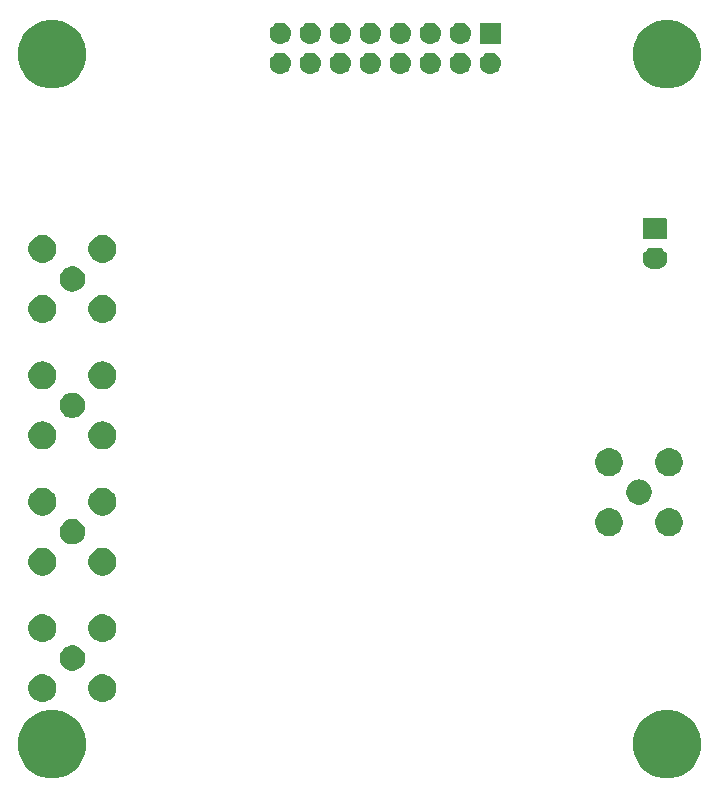
<source format=gbr>
G04 #@! TF.GenerationSoftware,KiCad,Pcbnew,(5.1.2)-2*
G04 #@! TF.CreationDate,2019-07-30T15:31:29+08:00*
G04 #@! TF.ProjectId,HF3,4846332e-6b69-4636-9164-5f7063625858,rev?*
G04 #@! TF.SameCoordinates,Original*
G04 #@! TF.FileFunction,Soldermask,Bot*
G04 #@! TF.FilePolarity,Negative*
%FSLAX46Y46*%
G04 Gerber Fmt 4.6, Leading zero omitted, Abs format (unit mm)*
G04 Created by KiCad (PCBNEW (5.1.2)-2) date 2019-07-30 15:31:29*
%MOMM*%
%LPD*%
G04 APERTURE LIST*
%ADD10C,0.100000*%
G04 APERTURE END LIST*
D10*
G36*
X191346189Y-144530483D02*
G01*
X191346192Y-144530484D01*
X191346191Y-144530484D01*
X191874139Y-144749167D01*
X192349280Y-145066646D01*
X192753354Y-145470720D01*
X193070833Y-145945861D01*
X193070834Y-145945863D01*
X193289517Y-146473811D01*
X193401000Y-147034275D01*
X193401000Y-147605725D01*
X193289517Y-148166189D01*
X193289516Y-148166191D01*
X193070833Y-148694139D01*
X192753354Y-149169280D01*
X192349280Y-149573354D01*
X191874139Y-149890833D01*
X191874138Y-149890834D01*
X191874137Y-149890834D01*
X191346189Y-150109517D01*
X190785725Y-150221000D01*
X190214275Y-150221000D01*
X189653811Y-150109517D01*
X189125863Y-149890834D01*
X189125862Y-149890834D01*
X189125861Y-149890833D01*
X188650720Y-149573354D01*
X188246646Y-149169280D01*
X187929167Y-148694139D01*
X187710484Y-148166191D01*
X187710483Y-148166189D01*
X187599000Y-147605725D01*
X187599000Y-147034275D01*
X187710483Y-146473811D01*
X187929166Y-145945863D01*
X187929167Y-145945861D01*
X188246646Y-145470720D01*
X188650720Y-145066646D01*
X189125861Y-144749167D01*
X189653809Y-144530484D01*
X189653808Y-144530484D01*
X189653811Y-144530483D01*
X190214275Y-144419000D01*
X190785725Y-144419000D01*
X191346189Y-144530483D01*
X191346189Y-144530483D01*
G37*
G36*
X139276189Y-144530483D02*
G01*
X139276192Y-144530484D01*
X139276191Y-144530484D01*
X139804139Y-144749167D01*
X140279280Y-145066646D01*
X140683354Y-145470720D01*
X141000833Y-145945861D01*
X141000834Y-145945863D01*
X141219517Y-146473811D01*
X141331000Y-147034275D01*
X141331000Y-147605725D01*
X141219517Y-148166189D01*
X141219516Y-148166191D01*
X141000833Y-148694139D01*
X140683354Y-149169280D01*
X140279280Y-149573354D01*
X139804139Y-149890833D01*
X139804138Y-149890834D01*
X139804137Y-149890834D01*
X139276189Y-150109517D01*
X138715725Y-150221000D01*
X138144275Y-150221000D01*
X137583811Y-150109517D01*
X137055863Y-149890834D01*
X137055862Y-149890834D01*
X137055861Y-149890833D01*
X136580720Y-149573354D01*
X136176646Y-149169280D01*
X135859167Y-148694139D01*
X135640484Y-148166191D01*
X135640483Y-148166189D01*
X135529000Y-147605725D01*
X135529000Y-147034275D01*
X135640483Y-146473811D01*
X135859166Y-145945863D01*
X135859167Y-145945861D01*
X136176646Y-145470720D01*
X136580720Y-145066646D01*
X137055861Y-144749167D01*
X137583809Y-144530484D01*
X137583808Y-144530484D01*
X137583811Y-144530483D01*
X138144275Y-144419000D01*
X138715725Y-144419000D01*
X139276189Y-144530483D01*
X139276189Y-144530483D01*
G37*
G36*
X142888760Y-141409264D02*
G01*
X143040227Y-141439393D01*
X143254245Y-141528042D01*
X143254246Y-141528043D01*
X143446854Y-141656739D01*
X143610661Y-141820546D01*
X143696458Y-141948951D01*
X143739358Y-142013155D01*
X143828007Y-142227173D01*
X143873200Y-142454374D01*
X143873200Y-142686026D01*
X143828007Y-142913227D01*
X143739358Y-143127245D01*
X143739357Y-143127246D01*
X143610661Y-143319854D01*
X143446854Y-143483661D01*
X143318449Y-143569458D01*
X143254245Y-143612358D01*
X143040227Y-143701007D01*
X142888760Y-143731136D01*
X142813027Y-143746200D01*
X142581373Y-143746200D01*
X142505640Y-143731136D01*
X142354173Y-143701007D01*
X142140155Y-143612358D01*
X142075951Y-143569458D01*
X141947546Y-143483661D01*
X141783739Y-143319854D01*
X141655043Y-143127246D01*
X141655042Y-143127245D01*
X141566393Y-142913227D01*
X141521200Y-142686026D01*
X141521200Y-142454374D01*
X141566393Y-142227173D01*
X141655042Y-142013155D01*
X141697942Y-141948951D01*
X141783739Y-141820546D01*
X141947546Y-141656739D01*
X142140154Y-141528043D01*
X142140155Y-141528042D01*
X142354173Y-141439393D01*
X142505640Y-141409264D01*
X142581373Y-141394200D01*
X142813027Y-141394200D01*
X142888760Y-141409264D01*
X142888760Y-141409264D01*
G37*
G36*
X137808760Y-141409264D02*
G01*
X137960227Y-141439393D01*
X138174245Y-141528042D01*
X138174246Y-141528043D01*
X138366854Y-141656739D01*
X138530661Y-141820546D01*
X138616458Y-141948951D01*
X138659358Y-142013155D01*
X138748007Y-142227173D01*
X138793200Y-142454374D01*
X138793200Y-142686026D01*
X138748007Y-142913227D01*
X138659358Y-143127245D01*
X138659357Y-143127246D01*
X138530661Y-143319854D01*
X138366854Y-143483661D01*
X138238449Y-143569458D01*
X138174245Y-143612358D01*
X137960227Y-143701007D01*
X137808760Y-143731136D01*
X137733027Y-143746200D01*
X137501373Y-143746200D01*
X137425640Y-143731136D01*
X137274173Y-143701007D01*
X137060155Y-143612358D01*
X136995951Y-143569458D01*
X136867546Y-143483661D01*
X136703739Y-143319854D01*
X136575043Y-143127246D01*
X136575042Y-143127245D01*
X136486393Y-142913227D01*
X136441200Y-142686026D01*
X136441200Y-142454374D01*
X136486393Y-142227173D01*
X136575042Y-142013155D01*
X136617942Y-141948951D01*
X136703739Y-141820546D01*
X136867546Y-141656739D01*
X137060154Y-141528043D01*
X137060155Y-141528042D01*
X137274173Y-141439393D01*
X137425640Y-141409264D01*
X137501373Y-141394200D01*
X137733027Y-141394200D01*
X137808760Y-141409264D01*
X137808760Y-141409264D01*
G37*
G36*
X140332471Y-138967983D02*
G01*
X140471058Y-138995550D01*
X140666877Y-139076661D01*
X140843110Y-139194416D01*
X140992984Y-139344290D01*
X141110739Y-139520523D01*
X141191850Y-139716342D01*
X141233200Y-139924223D01*
X141233200Y-140136177D01*
X141191850Y-140344058D01*
X141110739Y-140539877D01*
X140992984Y-140716110D01*
X140843110Y-140865984D01*
X140666877Y-140983739D01*
X140471058Y-141064850D01*
X140332471Y-141092417D01*
X140263178Y-141106200D01*
X140051222Y-141106200D01*
X139981929Y-141092417D01*
X139843342Y-141064850D01*
X139647523Y-140983739D01*
X139471290Y-140865984D01*
X139321416Y-140716110D01*
X139203661Y-140539877D01*
X139122550Y-140344058D01*
X139081200Y-140136177D01*
X139081200Y-139924223D01*
X139122550Y-139716342D01*
X139203661Y-139520523D01*
X139321416Y-139344290D01*
X139471290Y-139194416D01*
X139647523Y-139076661D01*
X139843342Y-138995550D01*
X139981929Y-138967983D01*
X140051222Y-138954200D01*
X140263178Y-138954200D01*
X140332471Y-138967983D01*
X140332471Y-138967983D01*
G37*
G36*
X142888760Y-136329264D02*
G01*
X143040227Y-136359393D01*
X143254245Y-136448042D01*
X143254246Y-136448043D01*
X143446854Y-136576739D01*
X143610661Y-136740546D01*
X143696458Y-136868951D01*
X143739358Y-136933155D01*
X143828007Y-137147173D01*
X143873200Y-137374374D01*
X143873200Y-137606026D01*
X143828007Y-137833227D01*
X143739358Y-138047245D01*
X143739357Y-138047246D01*
X143610661Y-138239854D01*
X143446854Y-138403661D01*
X143318449Y-138489458D01*
X143254245Y-138532358D01*
X143040227Y-138621007D01*
X142888760Y-138651136D01*
X142813027Y-138666200D01*
X142581373Y-138666200D01*
X142505640Y-138651136D01*
X142354173Y-138621007D01*
X142140155Y-138532358D01*
X142075951Y-138489458D01*
X141947546Y-138403661D01*
X141783739Y-138239854D01*
X141655043Y-138047246D01*
X141655042Y-138047245D01*
X141566393Y-137833227D01*
X141521200Y-137606026D01*
X141521200Y-137374374D01*
X141566393Y-137147173D01*
X141655042Y-136933155D01*
X141697942Y-136868951D01*
X141783739Y-136740546D01*
X141947546Y-136576739D01*
X142140154Y-136448043D01*
X142140155Y-136448042D01*
X142354173Y-136359393D01*
X142505640Y-136329264D01*
X142581373Y-136314200D01*
X142813027Y-136314200D01*
X142888760Y-136329264D01*
X142888760Y-136329264D01*
G37*
G36*
X137808760Y-136329264D02*
G01*
X137960227Y-136359393D01*
X138174245Y-136448042D01*
X138174246Y-136448043D01*
X138366854Y-136576739D01*
X138530661Y-136740546D01*
X138616458Y-136868951D01*
X138659358Y-136933155D01*
X138748007Y-137147173D01*
X138793200Y-137374374D01*
X138793200Y-137606026D01*
X138748007Y-137833227D01*
X138659358Y-138047245D01*
X138659357Y-138047246D01*
X138530661Y-138239854D01*
X138366854Y-138403661D01*
X138238449Y-138489458D01*
X138174245Y-138532358D01*
X137960227Y-138621007D01*
X137808760Y-138651136D01*
X137733027Y-138666200D01*
X137501373Y-138666200D01*
X137425640Y-138651136D01*
X137274173Y-138621007D01*
X137060155Y-138532358D01*
X136995951Y-138489458D01*
X136867546Y-138403661D01*
X136703739Y-138239854D01*
X136575043Y-138047246D01*
X136575042Y-138047245D01*
X136486393Y-137833227D01*
X136441200Y-137606026D01*
X136441200Y-137374374D01*
X136486393Y-137147173D01*
X136575042Y-136933155D01*
X136617942Y-136868951D01*
X136703739Y-136740546D01*
X136867546Y-136576739D01*
X137060154Y-136448043D01*
X137060155Y-136448042D01*
X137274173Y-136359393D01*
X137425640Y-136329264D01*
X137501373Y-136314200D01*
X137733027Y-136314200D01*
X137808760Y-136329264D01*
X137808760Y-136329264D01*
G37*
G36*
X137808760Y-130707396D02*
G01*
X137960227Y-130737525D01*
X138174245Y-130826174D01*
X138174246Y-130826175D01*
X138366854Y-130954871D01*
X138530661Y-131118678D01*
X138616458Y-131247083D01*
X138659358Y-131311287D01*
X138748007Y-131525305D01*
X138793200Y-131752506D01*
X138793200Y-131984158D01*
X138748007Y-132211359D01*
X138659358Y-132425377D01*
X138659357Y-132425378D01*
X138530661Y-132617986D01*
X138366854Y-132781793D01*
X138238449Y-132867590D01*
X138174245Y-132910490D01*
X137960227Y-132999139D01*
X137808760Y-133029268D01*
X137733027Y-133044332D01*
X137501373Y-133044332D01*
X137425640Y-133029268D01*
X137274173Y-132999139D01*
X137060155Y-132910490D01*
X136995951Y-132867590D01*
X136867546Y-132781793D01*
X136703739Y-132617986D01*
X136575043Y-132425378D01*
X136575042Y-132425377D01*
X136486393Y-132211359D01*
X136441200Y-131984158D01*
X136441200Y-131752506D01*
X136486393Y-131525305D01*
X136575042Y-131311287D01*
X136617942Y-131247083D01*
X136703739Y-131118678D01*
X136867546Y-130954871D01*
X137060154Y-130826175D01*
X137060155Y-130826174D01*
X137274173Y-130737525D01*
X137425640Y-130707396D01*
X137501373Y-130692332D01*
X137733027Y-130692332D01*
X137808760Y-130707396D01*
X137808760Y-130707396D01*
G37*
G36*
X142888760Y-130707396D02*
G01*
X143040227Y-130737525D01*
X143254245Y-130826174D01*
X143254246Y-130826175D01*
X143446854Y-130954871D01*
X143610661Y-131118678D01*
X143696458Y-131247083D01*
X143739358Y-131311287D01*
X143828007Y-131525305D01*
X143873200Y-131752506D01*
X143873200Y-131984158D01*
X143828007Y-132211359D01*
X143739358Y-132425377D01*
X143739357Y-132425378D01*
X143610661Y-132617986D01*
X143446854Y-132781793D01*
X143318449Y-132867590D01*
X143254245Y-132910490D01*
X143040227Y-132999139D01*
X142888760Y-133029268D01*
X142813027Y-133044332D01*
X142581373Y-133044332D01*
X142505640Y-133029268D01*
X142354173Y-132999139D01*
X142140155Y-132910490D01*
X142075951Y-132867590D01*
X141947546Y-132781793D01*
X141783739Y-132617986D01*
X141655043Y-132425378D01*
X141655042Y-132425377D01*
X141566393Y-132211359D01*
X141521200Y-131984158D01*
X141521200Y-131752506D01*
X141566393Y-131525305D01*
X141655042Y-131311287D01*
X141697942Y-131247083D01*
X141783739Y-131118678D01*
X141947546Y-130954871D01*
X142140154Y-130826175D01*
X142140155Y-130826174D01*
X142354173Y-130737525D01*
X142505640Y-130707396D01*
X142581373Y-130692332D01*
X142813027Y-130692332D01*
X142888760Y-130707396D01*
X142888760Y-130707396D01*
G37*
G36*
X140332471Y-128266115D02*
G01*
X140471058Y-128293682D01*
X140666877Y-128374793D01*
X140843110Y-128492548D01*
X140992984Y-128642422D01*
X141110739Y-128818655D01*
X141191850Y-129014474D01*
X141191850Y-129014476D01*
X141233200Y-129222354D01*
X141233200Y-129434310D01*
X141232573Y-129437461D01*
X141191850Y-129642190D01*
X141110739Y-129838009D01*
X140992984Y-130014242D01*
X140843110Y-130164116D01*
X140666877Y-130281871D01*
X140471058Y-130362982D01*
X140332471Y-130390549D01*
X140263178Y-130404332D01*
X140051222Y-130404332D01*
X139981929Y-130390549D01*
X139843342Y-130362982D01*
X139647523Y-130281871D01*
X139471290Y-130164116D01*
X139321416Y-130014242D01*
X139203661Y-129838009D01*
X139122550Y-129642190D01*
X139081827Y-129437461D01*
X139081200Y-129434310D01*
X139081200Y-129222354D01*
X139122550Y-129014476D01*
X139122550Y-129014474D01*
X139203661Y-128818655D01*
X139321416Y-128642422D01*
X139471290Y-128492548D01*
X139647523Y-128374793D01*
X139843342Y-128293682D01*
X139981929Y-128266115D01*
X140051222Y-128252332D01*
X140263178Y-128252332D01*
X140332471Y-128266115D01*
X140332471Y-128266115D01*
G37*
G36*
X185789360Y-127363064D02*
G01*
X185940827Y-127393193D01*
X186154845Y-127481842D01*
X186154846Y-127481843D01*
X186347454Y-127610539D01*
X186511261Y-127774346D01*
X186548774Y-127830489D01*
X186639958Y-127966955D01*
X186728607Y-128180973D01*
X186773800Y-128408174D01*
X186773800Y-128639826D01*
X186728607Y-128867027D01*
X186639958Y-129081045D01*
X186639957Y-129081046D01*
X186511261Y-129273654D01*
X186347454Y-129437461D01*
X186219049Y-129523258D01*
X186154845Y-129566158D01*
X185940827Y-129654807D01*
X185789360Y-129684936D01*
X185713627Y-129700000D01*
X185481973Y-129700000D01*
X185406240Y-129684936D01*
X185254773Y-129654807D01*
X185040755Y-129566158D01*
X184976551Y-129523258D01*
X184848146Y-129437461D01*
X184684339Y-129273654D01*
X184555643Y-129081046D01*
X184555642Y-129081045D01*
X184466993Y-128867027D01*
X184421800Y-128639826D01*
X184421800Y-128408174D01*
X184466993Y-128180973D01*
X184555642Y-127966955D01*
X184646826Y-127830489D01*
X184684339Y-127774346D01*
X184848146Y-127610539D01*
X185040754Y-127481843D01*
X185040755Y-127481842D01*
X185254773Y-127393193D01*
X185406240Y-127363064D01*
X185481973Y-127348000D01*
X185713627Y-127348000D01*
X185789360Y-127363064D01*
X185789360Y-127363064D01*
G37*
G36*
X190869360Y-127363064D02*
G01*
X191020827Y-127393193D01*
X191234845Y-127481842D01*
X191234846Y-127481843D01*
X191427454Y-127610539D01*
X191591261Y-127774346D01*
X191628774Y-127830489D01*
X191719958Y-127966955D01*
X191808607Y-128180973D01*
X191853800Y-128408174D01*
X191853800Y-128639826D01*
X191808607Y-128867027D01*
X191719958Y-129081045D01*
X191719957Y-129081046D01*
X191591261Y-129273654D01*
X191427454Y-129437461D01*
X191299049Y-129523258D01*
X191234845Y-129566158D01*
X191020827Y-129654807D01*
X190869360Y-129684936D01*
X190793627Y-129700000D01*
X190561973Y-129700000D01*
X190486240Y-129684936D01*
X190334773Y-129654807D01*
X190120755Y-129566158D01*
X190056551Y-129523258D01*
X189928146Y-129437461D01*
X189764339Y-129273654D01*
X189635643Y-129081046D01*
X189635642Y-129081045D01*
X189546993Y-128867027D01*
X189501800Y-128639826D01*
X189501800Y-128408174D01*
X189546993Y-128180973D01*
X189635642Y-127966955D01*
X189726826Y-127830489D01*
X189764339Y-127774346D01*
X189928146Y-127610539D01*
X190120754Y-127481843D01*
X190120755Y-127481842D01*
X190334773Y-127393193D01*
X190486240Y-127363064D01*
X190561973Y-127348000D01*
X190793627Y-127348000D01*
X190869360Y-127363064D01*
X190869360Y-127363064D01*
G37*
G36*
X137808760Y-125627396D02*
G01*
X137960227Y-125657525D01*
X138174245Y-125746174D01*
X138174246Y-125746175D01*
X138366854Y-125874871D01*
X138530661Y-126038678D01*
X138564938Y-126089978D01*
X138659358Y-126231287D01*
X138748007Y-126445305D01*
X138793200Y-126672506D01*
X138793200Y-126904158D01*
X138748007Y-127131359D01*
X138659358Y-127345377D01*
X138659357Y-127345378D01*
X138530661Y-127537986D01*
X138366854Y-127701793D01*
X138258273Y-127774344D01*
X138174245Y-127830490D01*
X137960227Y-127919139D01*
X137808760Y-127949268D01*
X137733027Y-127964332D01*
X137501373Y-127964332D01*
X137425640Y-127949268D01*
X137274173Y-127919139D01*
X137060155Y-127830490D01*
X136976127Y-127774344D01*
X136867546Y-127701793D01*
X136703739Y-127537986D01*
X136575043Y-127345378D01*
X136575042Y-127345377D01*
X136486393Y-127131359D01*
X136441200Y-126904158D01*
X136441200Y-126672506D01*
X136486393Y-126445305D01*
X136575042Y-126231287D01*
X136669462Y-126089978D01*
X136703739Y-126038678D01*
X136867546Y-125874871D01*
X137060154Y-125746175D01*
X137060155Y-125746174D01*
X137274173Y-125657525D01*
X137425640Y-125627396D01*
X137501373Y-125612332D01*
X137733027Y-125612332D01*
X137808760Y-125627396D01*
X137808760Y-125627396D01*
G37*
G36*
X142888760Y-125627396D02*
G01*
X143040227Y-125657525D01*
X143254245Y-125746174D01*
X143254246Y-125746175D01*
X143446854Y-125874871D01*
X143610661Y-126038678D01*
X143644938Y-126089978D01*
X143739358Y-126231287D01*
X143828007Y-126445305D01*
X143873200Y-126672506D01*
X143873200Y-126904158D01*
X143828007Y-127131359D01*
X143739358Y-127345377D01*
X143739357Y-127345378D01*
X143610661Y-127537986D01*
X143446854Y-127701793D01*
X143338273Y-127774344D01*
X143254245Y-127830490D01*
X143040227Y-127919139D01*
X142888760Y-127949268D01*
X142813027Y-127964332D01*
X142581373Y-127964332D01*
X142505640Y-127949268D01*
X142354173Y-127919139D01*
X142140155Y-127830490D01*
X142056127Y-127774344D01*
X141947546Y-127701793D01*
X141783739Y-127537986D01*
X141655043Y-127345378D01*
X141655042Y-127345377D01*
X141566393Y-127131359D01*
X141521200Y-126904158D01*
X141521200Y-126672506D01*
X141566393Y-126445305D01*
X141655042Y-126231287D01*
X141749462Y-126089978D01*
X141783739Y-126038678D01*
X141947546Y-125874871D01*
X142140154Y-125746175D01*
X142140155Y-125746174D01*
X142354173Y-125657525D01*
X142505640Y-125627396D01*
X142581373Y-125612332D01*
X142813027Y-125612332D01*
X142888760Y-125627396D01*
X142888760Y-125627396D01*
G37*
G36*
X188313071Y-124921783D02*
G01*
X188451658Y-124949350D01*
X188647477Y-125030461D01*
X188823710Y-125148216D01*
X188973584Y-125298090D01*
X189091339Y-125474323D01*
X189172450Y-125670142D01*
X189187574Y-125746175D01*
X189213174Y-125874873D01*
X189213800Y-125878023D01*
X189213800Y-126089977D01*
X189172450Y-126297858D01*
X189091339Y-126493677D01*
X188973584Y-126669910D01*
X188823710Y-126819784D01*
X188647477Y-126937539D01*
X188451658Y-127018650D01*
X188313071Y-127046217D01*
X188243778Y-127060000D01*
X188031822Y-127060000D01*
X187962529Y-127046217D01*
X187823942Y-127018650D01*
X187628123Y-126937539D01*
X187451890Y-126819784D01*
X187302016Y-126669910D01*
X187184261Y-126493677D01*
X187103150Y-126297858D01*
X187061800Y-126089977D01*
X187061800Y-125878023D01*
X187062427Y-125874873D01*
X187088026Y-125746175D01*
X187103150Y-125670142D01*
X187184261Y-125474323D01*
X187302016Y-125298090D01*
X187451890Y-125148216D01*
X187628123Y-125030461D01*
X187823942Y-124949350D01*
X187962529Y-124921783D01*
X188031822Y-124908000D01*
X188243778Y-124908000D01*
X188313071Y-124921783D01*
X188313071Y-124921783D01*
G37*
G36*
X185789360Y-122283064D02*
G01*
X185940827Y-122313193D01*
X186154845Y-122401842D01*
X186154846Y-122401843D01*
X186347454Y-122530539D01*
X186511261Y-122694346D01*
X186597058Y-122822751D01*
X186639958Y-122886955D01*
X186728607Y-123100973D01*
X186773800Y-123328174D01*
X186773800Y-123559826D01*
X186728607Y-123787027D01*
X186639958Y-124001045D01*
X186639957Y-124001046D01*
X186511261Y-124193654D01*
X186347454Y-124357461D01*
X186219049Y-124443258D01*
X186154845Y-124486158D01*
X185940827Y-124574807D01*
X185789360Y-124604936D01*
X185713627Y-124620000D01*
X185481973Y-124620000D01*
X185406240Y-124604936D01*
X185254773Y-124574807D01*
X185040755Y-124486158D01*
X184976551Y-124443258D01*
X184848146Y-124357461D01*
X184684339Y-124193654D01*
X184555643Y-124001046D01*
X184555642Y-124001045D01*
X184466993Y-123787027D01*
X184421800Y-123559826D01*
X184421800Y-123328174D01*
X184466993Y-123100973D01*
X184555642Y-122886955D01*
X184598542Y-122822751D01*
X184684339Y-122694346D01*
X184848146Y-122530539D01*
X185040754Y-122401843D01*
X185040755Y-122401842D01*
X185254773Y-122313193D01*
X185406240Y-122283064D01*
X185481973Y-122268000D01*
X185713627Y-122268000D01*
X185789360Y-122283064D01*
X185789360Y-122283064D01*
G37*
G36*
X190869360Y-122283064D02*
G01*
X191020827Y-122313193D01*
X191234845Y-122401842D01*
X191234846Y-122401843D01*
X191427454Y-122530539D01*
X191591261Y-122694346D01*
X191677058Y-122822751D01*
X191719958Y-122886955D01*
X191808607Y-123100973D01*
X191853800Y-123328174D01*
X191853800Y-123559826D01*
X191808607Y-123787027D01*
X191719958Y-124001045D01*
X191719957Y-124001046D01*
X191591261Y-124193654D01*
X191427454Y-124357461D01*
X191299049Y-124443258D01*
X191234845Y-124486158D01*
X191020827Y-124574807D01*
X190869360Y-124604936D01*
X190793627Y-124620000D01*
X190561973Y-124620000D01*
X190486240Y-124604936D01*
X190334773Y-124574807D01*
X190120755Y-124486158D01*
X190056551Y-124443258D01*
X189928146Y-124357461D01*
X189764339Y-124193654D01*
X189635643Y-124001046D01*
X189635642Y-124001045D01*
X189546993Y-123787027D01*
X189501800Y-123559826D01*
X189501800Y-123328174D01*
X189546993Y-123100973D01*
X189635642Y-122886955D01*
X189678542Y-122822751D01*
X189764339Y-122694346D01*
X189928146Y-122530539D01*
X190120754Y-122401843D01*
X190120755Y-122401842D01*
X190334773Y-122313193D01*
X190486240Y-122283064D01*
X190561973Y-122268000D01*
X190793627Y-122268000D01*
X190869360Y-122283064D01*
X190869360Y-122283064D01*
G37*
G36*
X137808760Y-120005530D02*
G01*
X137960227Y-120035659D01*
X138174245Y-120124308D01*
X138174246Y-120124309D01*
X138366854Y-120253005D01*
X138530661Y-120416812D01*
X138616458Y-120545217D01*
X138659358Y-120609421D01*
X138748007Y-120823439D01*
X138793200Y-121050640D01*
X138793200Y-121282292D01*
X138748007Y-121509493D01*
X138659358Y-121723511D01*
X138659357Y-121723512D01*
X138530661Y-121916120D01*
X138366854Y-122079927D01*
X138238449Y-122165724D01*
X138174245Y-122208624D01*
X137960227Y-122297273D01*
X137808760Y-122327402D01*
X137733027Y-122342466D01*
X137501373Y-122342466D01*
X137425640Y-122327402D01*
X137274173Y-122297273D01*
X137060155Y-122208624D01*
X136995951Y-122165724D01*
X136867546Y-122079927D01*
X136703739Y-121916120D01*
X136575043Y-121723512D01*
X136575042Y-121723511D01*
X136486393Y-121509493D01*
X136441200Y-121282292D01*
X136441200Y-121050640D01*
X136486393Y-120823439D01*
X136575042Y-120609421D01*
X136617942Y-120545217D01*
X136703739Y-120416812D01*
X136867546Y-120253005D01*
X137060154Y-120124309D01*
X137060155Y-120124308D01*
X137274173Y-120035659D01*
X137425640Y-120005530D01*
X137501373Y-119990466D01*
X137733027Y-119990466D01*
X137808760Y-120005530D01*
X137808760Y-120005530D01*
G37*
G36*
X142888760Y-120005530D02*
G01*
X143040227Y-120035659D01*
X143254245Y-120124308D01*
X143254246Y-120124309D01*
X143446854Y-120253005D01*
X143610661Y-120416812D01*
X143696458Y-120545217D01*
X143739358Y-120609421D01*
X143828007Y-120823439D01*
X143873200Y-121050640D01*
X143873200Y-121282292D01*
X143828007Y-121509493D01*
X143739358Y-121723511D01*
X143739357Y-121723512D01*
X143610661Y-121916120D01*
X143446854Y-122079927D01*
X143318449Y-122165724D01*
X143254245Y-122208624D01*
X143040227Y-122297273D01*
X142888760Y-122327402D01*
X142813027Y-122342466D01*
X142581373Y-122342466D01*
X142505640Y-122327402D01*
X142354173Y-122297273D01*
X142140155Y-122208624D01*
X142075951Y-122165724D01*
X141947546Y-122079927D01*
X141783739Y-121916120D01*
X141655043Y-121723512D01*
X141655042Y-121723511D01*
X141566393Y-121509493D01*
X141521200Y-121282292D01*
X141521200Y-121050640D01*
X141566393Y-120823439D01*
X141655042Y-120609421D01*
X141697942Y-120545217D01*
X141783739Y-120416812D01*
X141947546Y-120253005D01*
X142140154Y-120124309D01*
X142140155Y-120124308D01*
X142354173Y-120035659D01*
X142505640Y-120005530D01*
X142581373Y-119990466D01*
X142813027Y-119990466D01*
X142888760Y-120005530D01*
X142888760Y-120005530D01*
G37*
G36*
X140332471Y-117564249D02*
G01*
X140471058Y-117591816D01*
X140666877Y-117672927D01*
X140843110Y-117790682D01*
X140992984Y-117940556D01*
X141110739Y-118116789D01*
X141191850Y-118312608D01*
X141233200Y-118520489D01*
X141233200Y-118732443D01*
X141191850Y-118940324D01*
X141110739Y-119136143D01*
X140992984Y-119312376D01*
X140843110Y-119462250D01*
X140666877Y-119580005D01*
X140471058Y-119661116D01*
X140332471Y-119688683D01*
X140263178Y-119702466D01*
X140051222Y-119702466D01*
X139981929Y-119688683D01*
X139843342Y-119661116D01*
X139647523Y-119580005D01*
X139471290Y-119462250D01*
X139321416Y-119312376D01*
X139203661Y-119136143D01*
X139122550Y-118940324D01*
X139081200Y-118732443D01*
X139081200Y-118520489D01*
X139122550Y-118312608D01*
X139203661Y-118116789D01*
X139321416Y-117940556D01*
X139471290Y-117790682D01*
X139647523Y-117672927D01*
X139843342Y-117591816D01*
X139981929Y-117564249D01*
X140051222Y-117550466D01*
X140263178Y-117550466D01*
X140332471Y-117564249D01*
X140332471Y-117564249D01*
G37*
G36*
X137808760Y-114925530D02*
G01*
X137960227Y-114955659D01*
X138174245Y-115044308D01*
X138174246Y-115044309D01*
X138366854Y-115173005D01*
X138530661Y-115336812D01*
X138616458Y-115465217D01*
X138659358Y-115529421D01*
X138748007Y-115743439D01*
X138793200Y-115970640D01*
X138793200Y-116202292D01*
X138748007Y-116429493D01*
X138659358Y-116643511D01*
X138659357Y-116643512D01*
X138530661Y-116836120D01*
X138366854Y-116999927D01*
X138238449Y-117085724D01*
X138174245Y-117128624D01*
X137960227Y-117217273D01*
X137808760Y-117247402D01*
X137733027Y-117262466D01*
X137501373Y-117262466D01*
X137425640Y-117247402D01*
X137274173Y-117217273D01*
X137060155Y-117128624D01*
X136995951Y-117085724D01*
X136867546Y-116999927D01*
X136703739Y-116836120D01*
X136575043Y-116643512D01*
X136575042Y-116643511D01*
X136486393Y-116429493D01*
X136441200Y-116202292D01*
X136441200Y-115970640D01*
X136486393Y-115743439D01*
X136575042Y-115529421D01*
X136617942Y-115465217D01*
X136703739Y-115336812D01*
X136867546Y-115173005D01*
X137060154Y-115044309D01*
X137060155Y-115044308D01*
X137274173Y-114955659D01*
X137425640Y-114925530D01*
X137501373Y-114910466D01*
X137733027Y-114910466D01*
X137808760Y-114925530D01*
X137808760Y-114925530D01*
G37*
G36*
X142888760Y-114925530D02*
G01*
X143040227Y-114955659D01*
X143254245Y-115044308D01*
X143254246Y-115044309D01*
X143446854Y-115173005D01*
X143610661Y-115336812D01*
X143696458Y-115465217D01*
X143739358Y-115529421D01*
X143828007Y-115743439D01*
X143873200Y-115970640D01*
X143873200Y-116202292D01*
X143828007Y-116429493D01*
X143739358Y-116643511D01*
X143739357Y-116643512D01*
X143610661Y-116836120D01*
X143446854Y-116999927D01*
X143318449Y-117085724D01*
X143254245Y-117128624D01*
X143040227Y-117217273D01*
X142888760Y-117247402D01*
X142813027Y-117262466D01*
X142581373Y-117262466D01*
X142505640Y-117247402D01*
X142354173Y-117217273D01*
X142140155Y-117128624D01*
X142075951Y-117085724D01*
X141947546Y-116999927D01*
X141783739Y-116836120D01*
X141655043Y-116643512D01*
X141655042Y-116643511D01*
X141566393Y-116429493D01*
X141521200Y-116202292D01*
X141521200Y-115970640D01*
X141566393Y-115743439D01*
X141655042Y-115529421D01*
X141697942Y-115465217D01*
X141783739Y-115336812D01*
X141947546Y-115173005D01*
X142140154Y-115044309D01*
X142140155Y-115044308D01*
X142354173Y-114955659D01*
X142505640Y-114925530D01*
X142581373Y-114910466D01*
X142813027Y-114910466D01*
X142888760Y-114925530D01*
X142888760Y-114925530D01*
G37*
G36*
X142888760Y-109303664D02*
G01*
X143040227Y-109333793D01*
X143254245Y-109422442D01*
X143254246Y-109422443D01*
X143446854Y-109551139D01*
X143610661Y-109714946D01*
X143696458Y-109843351D01*
X143739358Y-109907555D01*
X143828007Y-110121573D01*
X143873200Y-110348774D01*
X143873200Y-110580426D01*
X143828007Y-110807627D01*
X143739358Y-111021645D01*
X143739357Y-111021646D01*
X143610661Y-111214254D01*
X143446854Y-111378061D01*
X143318449Y-111463858D01*
X143254245Y-111506758D01*
X143040227Y-111595407D01*
X142888760Y-111625536D01*
X142813027Y-111640600D01*
X142581373Y-111640600D01*
X142505640Y-111625536D01*
X142354173Y-111595407D01*
X142140155Y-111506758D01*
X142075951Y-111463858D01*
X141947546Y-111378061D01*
X141783739Y-111214254D01*
X141655043Y-111021646D01*
X141655042Y-111021645D01*
X141566393Y-110807627D01*
X141521200Y-110580426D01*
X141521200Y-110348774D01*
X141566393Y-110121573D01*
X141655042Y-109907555D01*
X141697942Y-109843351D01*
X141783739Y-109714946D01*
X141947546Y-109551139D01*
X142140154Y-109422443D01*
X142140155Y-109422442D01*
X142354173Y-109333793D01*
X142505640Y-109303664D01*
X142581373Y-109288600D01*
X142813027Y-109288600D01*
X142888760Y-109303664D01*
X142888760Y-109303664D01*
G37*
G36*
X137808760Y-109303664D02*
G01*
X137960227Y-109333793D01*
X138174245Y-109422442D01*
X138174246Y-109422443D01*
X138366854Y-109551139D01*
X138530661Y-109714946D01*
X138616458Y-109843351D01*
X138659358Y-109907555D01*
X138748007Y-110121573D01*
X138793200Y-110348774D01*
X138793200Y-110580426D01*
X138748007Y-110807627D01*
X138659358Y-111021645D01*
X138659357Y-111021646D01*
X138530661Y-111214254D01*
X138366854Y-111378061D01*
X138238449Y-111463858D01*
X138174245Y-111506758D01*
X137960227Y-111595407D01*
X137808760Y-111625536D01*
X137733027Y-111640600D01*
X137501373Y-111640600D01*
X137425640Y-111625536D01*
X137274173Y-111595407D01*
X137060155Y-111506758D01*
X136995951Y-111463858D01*
X136867546Y-111378061D01*
X136703739Y-111214254D01*
X136575043Y-111021646D01*
X136575042Y-111021645D01*
X136486393Y-110807627D01*
X136441200Y-110580426D01*
X136441200Y-110348774D01*
X136486393Y-110121573D01*
X136575042Y-109907555D01*
X136617942Y-109843351D01*
X136703739Y-109714946D01*
X136867546Y-109551139D01*
X137060154Y-109422443D01*
X137060155Y-109422442D01*
X137274173Y-109333793D01*
X137425640Y-109303664D01*
X137501373Y-109288600D01*
X137733027Y-109288600D01*
X137808760Y-109303664D01*
X137808760Y-109303664D01*
G37*
G36*
X140332471Y-106862383D02*
G01*
X140471058Y-106889950D01*
X140666877Y-106971061D01*
X140843110Y-107088816D01*
X140992984Y-107238690D01*
X141110739Y-107414923D01*
X141191850Y-107610742D01*
X141233200Y-107818623D01*
X141233200Y-108030577D01*
X141191850Y-108238458D01*
X141110739Y-108434277D01*
X140992984Y-108610510D01*
X140843110Y-108760384D01*
X140666877Y-108878139D01*
X140471058Y-108959250D01*
X140332471Y-108986817D01*
X140263178Y-109000600D01*
X140051222Y-109000600D01*
X139981929Y-108986817D01*
X139843342Y-108959250D01*
X139647523Y-108878139D01*
X139471290Y-108760384D01*
X139321416Y-108610510D01*
X139203661Y-108434277D01*
X139122550Y-108238458D01*
X139081200Y-108030577D01*
X139081200Y-107818623D01*
X139122550Y-107610742D01*
X139203661Y-107414923D01*
X139321416Y-107238690D01*
X139471290Y-107088816D01*
X139647523Y-106971061D01*
X139843342Y-106889950D01*
X139981929Y-106862383D01*
X140051222Y-106848600D01*
X140263178Y-106848600D01*
X140332471Y-106862383D01*
X140332471Y-106862383D01*
G37*
G36*
X189744442Y-105288318D02*
G01*
X189810627Y-105294837D01*
X189980466Y-105346357D01*
X190136991Y-105430022D01*
X190172729Y-105459352D01*
X190274186Y-105542614D01*
X190357448Y-105644071D01*
X190386778Y-105679809D01*
X190470443Y-105836334D01*
X190521963Y-106006173D01*
X190539359Y-106182800D01*
X190521963Y-106359427D01*
X190501538Y-106426758D01*
X190470442Y-106529268D01*
X190428611Y-106607528D01*
X190386778Y-106685791D01*
X190357448Y-106721529D01*
X190274186Y-106822986D01*
X190172729Y-106906248D01*
X190136991Y-106935578D01*
X189980466Y-107019243D01*
X189810627Y-107070763D01*
X189744443Y-107077281D01*
X189678260Y-107083800D01*
X189289740Y-107083800D01*
X189223557Y-107077281D01*
X189157373Y-107070763D01*
X188987534Y-107019243D01*
X188831009Y-106935578D01*
X188795271Y-106906248D01*
X188693814Y-106822986D01*
X188610552Y-106721529D01*
X188581222Y-106685791D01*
X188539389Y-106607528D01*
X188497558Y-106529268D01*
X188466462Y-106426758D01*
X188446037Y-106359427D01*
X188428641Y-106182800D01*
X188446037Y-106006173D01*
X188497557Y-105836334D01*
X188581222Y-105679809D01*
X188610552Y-105644071D01*
X188693814Y-105542614D01*
X188795271Y-105459352D01*
X188831009Y-105430022D01*
X188987534Y-105346357D01*
X189157373Y-105294837D01*
X189223557Y-105288319D01*
X189289740Y-105281800D01*
X189678260Y-105281800D01*
X189744442Y-105288318D01*
X189744442Y-105288318D01*
G37*
G36*
X142888760Y-104223664D02*
G01*
X143040227Y-104253793D01*
X143254245Y-104342442D01*
X143254246Y-104342443D01*
X143446854Y-104471139D01*
X143610661Y-104634946D01*
X143696458Y-104763351D01*
X143739358Y-104827555D01*
X143828007Y-105041573D01*
X143873200Y-105268774D01*
X143873200Y-105500426D01*
X143828007Y-105727627D01*
X143739358Y-105941645D01*
X143739357Y-105941646D01*
X143610661Y-106134254D01*
X143446854Y-106298061D01*
X143355016Y-106359425D01*
X143254245Y-106426758D01*
X143040227Y-106515407D01*
X142888760Y-106545536D01*
X142813027Y-106560600D01*
X142581373Y-106560600D01*
X142505640Y-106545536D01*
X142354173Y-106515407D01*
X142140155Y-106426758D01*
X142039384Y-106359425D01*
X141947546Y-106298061D01*
X141783739Y-106134254D01*
X141655043Y-105941646D01*
X141655042Y-105941645D01*
X141566393Y-105727627D01*
X141521200Y-105500426D01*
X141521200Y-105268774D01*
X141566393Y-105041573D01*
X141655042Y-104827555D01*
X141697942Y-104763351D01*
X141783739Y-104634946D01*
X141947546Y-104471139D01*
X142140154Y-104342443D01*
X142140155Y-104342442D01*
X142354173Y-104253793D01*
X142505640Y-104223664D01*
X142581373Y-104208600D01*
X142813027Y-104208600D01*
X142888760Y-104223664D01*
X142888760Y-104223664D01*
G37*
G36*
X137808760Y-104223664D02*
G01*
X137960227Y-104253793D01*
X138174245Y-104342442D01*
X138174246Y-104342443D01*
X138366854Y-104471139D01*
X138530661Y-104634946D01*
X138616458Y-104763351D01*
X138659358Y-104827555D01*
X138748007Y-105041573D01*
X138793200Y-105268774D01*
X138793200Y-105500426D01*
X138748007Y-105727627D01*
X138659358Y-105941645D01*
X138659357Y-105941646D01*
X138530661Y-106134254D01*
X138366854Y-106298061D01*
X138275016Y-106359425D01*
X138174245Y-106426758D01*
X137960227Y-106515407D01*
X137808760Y-106545536D01*
X137733027Y-106560600D01*
X137501373Y-106560600D01*
X137425640Y-106545536D01*
X137274173Y-106515407D01*
X137060155Y-106426758D01*
X136959384Y-106359425D01*
X136867546Y-106298061D01*
X136703739Y-106134254D01*
X136575043Y-105941646D01*
X136575042Y-105941645D01*
X136486393Y-105727627D01*
X136441200Y-105500426D01*
X136441200Y-105268774D01*
X136486393Y-105041573D01*
X136575042Y-104827555D01*
X136617942Y-104763351D01*
X136703739Y-104634946D01*
X136867546Y-104471139D01*
X137060154Y-104342443D01*
X137060155Y-104342442D01*
X137274173Y-104253793D01*
X137425640Y-104223664D01*
X137501373Y-104208600D01*
X137733027Y-104208600D01*
X137808760Y-104223664D01*
X137808760Y-104223664D01*
G37*
G36*
X190392600Y-102785789D02*
G01*
X190425652Y-102795815D01*
X190456103Y-102812092D01*
X190482799Y-102834001D01*
X190504708Y-102860697D01*
X190520985Y-102891148D01*
X190531011Y-102924200D01*
X190535000Y-102964703D01*
X190535000Y-104400897D01*
X190531011Y-104441400D01*
X190520985Y-104474452D01*
X190504708Y-104504903D01*
X190482799Y-104531599D01*
X190456103Y-104553508D01*
X190425652Y-104569785D01*
X190392600Y-104579811D01*
X190352097Y-104583800D01*
X188615903Y-104583800D01*
X188575400Y-104579811D01*
X188542348Y-104569785D01*
X188511897Y-104553508D01*
X188485201Y-104531599D01*
X188463292Y-104504903D01*
X188447015Y-104474452D01*
X188436989Y-104441400D01*
X188433000Y-104400897D01*
X188433000Y-102964703D01*
X188436989Y-102924200D01*
X188447015Y-102891148D01*
X188463292Y-102860697D01*
X188485201Y-102834001D01*
X188511897Y-102812092D01*
X188542348Y-102795815D01*
X188575400Y-102785789D01*
X188615903Y-102781800D01*
X190352097Y-102781800D01*
X190392600Y-102785789D01*
X190392600Y-102785789D01*
G37*
G36*
X191346189Y-86110483D02*
G01*
X191874137Y-86329166D01*
X191874139Y-86329167D01*
X192349280Y-86646646D01*
X192753354Y-87050720D01*
X192919000Y-87298627D01*
X193070834Y-87525863D01*
X193289517Y-88053811D01*
X193401000Y-88614275D01*
X193401000Y-89185725D01*
X193289517Y-89746189D01*
X193116044Y-90164991D01*
X193070833Y-90274139D01*
X192753354Y-90749280D01*
X192349280Y-91153354D01*
X191874139Y-91470833D01*
X191874138Y-91470834D01*
X191874137Y-91470834D01*
X191346189Y-91689517D01*
X190785725Y-91801000D01*
X190214275Y-91801000D01*
X189653811Y-91689517D01*
X189125863Y-91470834D01*
X189125862Y-91470834D01*
X189125861Y-91470833D01*
X188650720Y-91153354D01*
X188246646Y-90749280D01*
X187929167Y-90274139D01*
X187883956Y-90164991D01*
X187710483Y-89746189D01*
X187599000Y-89185725D01*
X187599000Y-88614275D01*
X187710483Y-88053811D01*
X187929166Y-87525863D01*
X188081000Y-87298627D01*
X188246646Y-87050720D01*
X188650720Y-86646646D01*
X189125861Y-86329167D01*
X189125863Y-86329166D01*
X189653811Y-86110483D01*
X190214275Y-85999000D01*
X190785725Y-85999000D01*
X191346189Y-86110483D01*
X191346189Y-86110483D01*
G37*
G36*
X139276189Y-86110483D02*
G01*
X139804137Y-86329166D01*
X139804139Y-86329167D01*
X140279280Y-86646646D01*
X140683354Y-87050720D01*
X140849000Y-87298627D01*
X141000834Y-87525863D01*
X141219517Y-88053811D01*
X141331000Y-88614275D01*
X141331000Y-89185725D01*
X141219517Y-89746189D01*
X141046044Y-90164991D01*
X141000833Y-90274139D01*
X140683354Y-90749280D01*
X140279280Y-91153354D01*
X139804139Y-91470833D01*
X139804138Y-91470834D01*
X139804137Y-91470834D01*
X139276189Y-91689517D01*
X138715725Y-91801000D01*
X138144275Y-91801000D01*
X137583811Y-91689517D01*
X137055863Y-91470834D01*
X137055862Y-91470834D01*
X137055861Y-91470833D01*
X136580720Y-91153354D01*
X136176646Y-90749280D01*
X135859167Y-90274139D01*
X135813956Y-90164991D01*
X135640483Y-89746189D01*
X135529000Y-89185725D01*
X135529000Y-88614275D01*
X135640483Y-88053811D01*
X135859166Y-87525863D01*
X136011000Y-87298627D01*
X136176646Y-87050720D01*
X136580720Y-86646646D01*
X137055861Y-86329167D01*
X137055863Y-86329166D01*
X137583811Y-86110483D01*
X138144275Y-85999000D01*
X138715725Y-85999000D01*
X139276189Y-86110483D01*
X139276189Y-86110483D01*
G37*
G36*
X165489842Y-88767518D02*
G01*
X165556027Y-88774037D01*
X165725866Y-88825557D01*
X165882391Y-88909222D01*
X165918129Y-88938552D01*
X166019586Y-89021814D01*
X166102848Y-89123271D01*
X166132178Y-89159009D01*
X166215843Y-89315534D01*
X166267363Y-89485373D01*
X166284759Y-89662000D01*
X166267363Y-89838627D01*
X166215843Y-90008466D01*
X166132178Y-90164991D01*
X166102848Y-90200729D01*
X166019586Y-90302186D01*
X165918129Y-90385448D01*
X165882391Y-90414778D01*
X165725866Y-90498443D01*
X165556027Y-90549963D01*
X165489842Y-90556482D01*
X165423660Y-90563000D01*
X165335140Y-90563000D01*
X165268958Y-90556482D01*
X165202773Y-90549963D01*
X165032934Y-90498443D01*
X164876409Y-90414778D01*
X164840671Y-90385448D01*
X164739214Y-90302186D01*
X164655952Y-90200729D01*
X164626622Y-90164991D01*
X164542957Y-90008466D01*
X164491437Y-89838627D01*
X164474041Y-89662000D01*
X164491437Y-89485373D01*
X164542957Y-89315534D01*
X164626622Y-89159009D01*
X164655952Y-89123271D01*
X164739214Y-89021814D01*
X164840671Y-88938552D01*
X164876409Y-88909222D01*
X165032934Y-88825557D01*
X165202773Y-88774037D01*
X165268958Y-88767518D01*
X165335140Y-88761000D01*
X165423660Y-88761000D01*
X165489842Y-88767518D01*
X165489842Y-88767518D01*
G37*
G36*
X175649842Y-88767518D02*
G01*
X175716027Y-88774037D01*
X175885866Y-88825557D01*
X176042391Y-88909222D01*
X176078129Y-88938552D01*
X176179586Y-89021814D01*
X176262848Y-89123271D01*
X176292178Y-89159009D01*
X176375843Y-89315534D01*
X176427363Y-89485373D01*
X176444759Y-89662000D01*
X176427363Y-89838627D01*
X176375843Y-90008466D01*
X176292178Y-90164991D01*
X176262848Y-90200729D01*
X176179586Y-90302186D01*
X176078129Y-90385448D01*
X176042391Y-90414778D01*
X175885866Y-90498443D01*
X175716027Y-90549963D01*
X175649842Y-90556482D01*
X175583660Y-90563000D01*
X175495140Y-90563000D01*
X175428958Y-90556482D01*
X175362773Y-90549963D01*
X175192934Y-90498443D01*
X175036409Y-90414778D01*
X175000671Y-90385448D01*
X174899214Y-90302186D01*
X174815952Y-90200729D01*
X174786622Y-90164991D01*
X174702957Y-90008466D01*
X174651437Y-89838627D01*
X174634041Y-89662000D01*
X174651437Y-89485373D01*
X174702957Y-89315534D01*
X174786622Y-89159009D01*
X174815952Y-89123271D01*
X174899214Y-89021814D01*
X175000671Y-88938552D01*
X175036409Y-88909222D01*
X175192934Y-88825557D01*
X175362773Y-88774037D01*
X175428958Y-88767518D01*
X175495140Y-88761000D01*
X175583660Y-88761000D01*
X175649842Y-88767518D01*
X175649842Y-88767518D01*
G37*
G36*
X168029842Y-88767518D02*
G01*
X168096027Y-88774037D01*
X168265866Y-88825557D01*
X168422391Y-88909222D01*
X168458129Y-88938552D01*
X168559586Y-89021814D01*
X168642848Y-89123271D01*
X168672178Y-89159009D01*
X168755843Y-89315534D01*
X168807363Y-89485373D01*
X168824759Y-89662000D01*
X168807363Y-89838627D01*
X168755843Y-90008466D01*
X168672178Y-90164991D01*
X168642848Y-90200729D01*
X168559586Y-90302186D01*
X168458129Y-90385448D01*
X168422391Y-90414778D01*
X168265866Y-90498443D01*
X168096027Y-90549963D01*
X168029842Y-90556482D01*
X167963660Y-90563000D01*
X167875140Y-90563000D01*
X167808958Y-90556482D01*
X167742773Y-90549963D01*
X167572934Y-90498443D01*
X167416409Y-90414778D01*
X167380671Y-90385448D01*
X167279214Y-90302186D01*
X167195952Y-90200729D01*
X167166622Y-90164991D01*
X167082957Y-90008466D01*
X167031437Y-89838627D01*
X167014041Y-89662000D01*
X167031437Y-89485373D01*
X167082957Y-89315534D01*
X167166622Y-89159009D01*
X167195952Y-89123271D01*
X167279214Y-89021814D01*
X167380671Y-88938552D01*
X167416409Y-88909222D01*
X167572934Y-88825557D01*
X167742773Y-88774037D01*
X167808958Y-88767518D01*
X167875140Y-88761000D01*
X167963660Y-88761000D01*
X168029842Y-88767518D01*
X168029842Y-88767518D01*
G37*
G36*
X173109842Y-88767518D02*
G01*
X173176027Y-88774037D01*
X173345866Y-88825557D01*
X173502391Y-88909222D01*
X173538129Y-88938552D01*
X173639586Y-89021814D01*
X173722848Y-89123271D01*
X173752178Y-89159009D01*
X173835843Y-89315534D01*
X173887363Y-89485373D01*
X173904759Y-89662000D01*
X173887363Y-89838627D01*
X173835843Y-90008466D01*
X173752178Y-90164991D01*
X173722848Y-90200729D01*
X173639586Y-90302186D01*
X173538129Y-90385448D01*
X173502391Y-90414778D01*
X173345866Y-90498443D01*
X173176027Y-90549963D01*
X173109842Y-90556482D01*
X173043660Y-90563000D01*
X172955140Y-90563000D01*
X172888958Y-90556482D01*
X172822773Y-90549963D01*
X172652934Y-90498443D01*
X172496409Y-90414778D01*
X172460671Y-90385448D01*
X172359214Y-90302186D01*
X172275952Y-90200729D01*
X172246622Y-90164991D01*
X172162957Y-90008466D01*
X172111437Y-89838627D01*
X172094041Y-89662000D01*
X172111437Y-89485373D01*
X172162957Y-89315534D01*
X172246622Y-89159009D01*
X172275952Y-89123271D01*
X172359214Y-89021814D01*
X172460671Y-88938552D01*
X172496409Y-88909222D01*
X172652934Y-88825557D01*
X172822773Y-88774037D01*
X172888958Y-88767518D01*
X172955140Y-88761000D01*
X173043660Y-88761000D01*
X173109842Y-88767518D01*
X173109842Y-88767518D01*
G37*
G36*
X162949842Y-88767518D02*
G01*
X163016027Y-88774037D01*
X163185866Y-88825557D01*
X163342391Y-88909222D01*
X163378129Y-88938552D01*
X163479586Y-89021814D01*
X163562848Y-89123271D01*
X163592178Y-89159009D01*
X163675843Y-89315534D01*
X163727363Y-89485373D01*
X163744759Y-89662000D01*
X163727363Y-89838627D01*
X163675843Y-90008466D01*
X163592178Y-90164991D01*
X163562848Y-90200729D01*
X163479586Y-90302186D01*
X163378129Y-90385448D01*
X163342391Y-90414778D01*
X163185866Y-90498443D01*
X163016027Y-90549963D01*
X162949842Y-90556482D01*
X162883660Y-90563000D01*
X162795140Y-90563000D01*
X162728958Y-90556482D01*
X162662773Y-90549963D01*
X162492934Y-90498443D01*
X162336409Y-90414778D01*
X162300671Y-90385448D01*
X162199214Y-90302186D01*
X162115952Y-90200729D01*
X162086622Y-90164991D01*
X162002957Y-90008466D01*
X161951437Y-89838627D01*
X161934041Y-89662000D01*
X161951437Y-89485373D01*
X162002957Y-89315534D01*
X162086622Y-89159009D01*
X162115952Y-89123271D01*
X162199214Y-89021814D01*
X162300671Y-88938552D01*
X162336409Y-88909222D01*
X162492934Y-88825557D01*
X162662773Y-88774037D01*
X162728958Y-88767518D01*
X162795140Y-88761000D01*
X162883660Y-88761000D01*
X162949842Y-88767518D01*
X162949842Y-88767518D01*
G37*
G36*
X160409842Y-88767518D02*
G01*
X160476027Y-88774037D01*
X160645866Y-88825557D01*
X160802391Y-88909222D01*
X160838129Y-88938552D01*
X160939586Y-89021814D01*
X161022848Y-89123271D01*
X161052178Y-89159009D01*
X161135843Y-89315534D01*
X161187363Y-89485373D01*
X161204759Y-89662000D01*
X161187363Y-89838627D01*
X161135843Y-90008466D01*
X161052178Y-90164991D01*
X161022848Y-90200729D01*
X160939586Y-90302186D01*
X160838129Y-90385448D01*
X160802391Y-90414778D01*
X160645866Y-90498443D01*
X160476027Y-90549963D01*
X160409842Y-90556482D01*
X160343660Y-90563000D01*
X160255140Y-90563000D01*
X160188958Y-90556482D01*
X160122773Y-90549963D01*
X159952934Y-90498443D01*
X159796409Y-90414778D01*
X159760671Y-90385448D01*
X159659214Y-90302186D01*
X159575952Y-90200729D01*
X159546622Y-90164991D01*
X159462957Y-90008466D01*
X159411437Y-89838627D01*
X159394041Y-89662000D01*
X159411437Y-89485373D01*
X159462957Y-89315534D01*
X159546622Y-89159009D01*
X159575952Y-89123271D01*
X159659214Y-89021814D01*
X159760671Y-88938552D01*
X159796409Y-88909222D01*
X159952934Y-88825557D01*
X160122773Y-88774037D01*
X160188958Y-88767518D01*
X160255140Y-88761000D01*
X160343660Y-88761000D01*
X160409842Y-88767518D01*
X160409842Y-88767518D01*
G37*
G36*
X157869842Y-88767518D02*
G01*
X157936027Y-88774037D01*
X158105866Y-88825557D01*
X158262391Y-88909222D01*
X158298129Y-88938552D01*
X158399586Y-89021814D01*
X158482848Y-89123271D01*
X158512178Y-89159009D01*
X158595843Y-89315534D01*
X158647363Y-89485373D01*
X158664759Y-89662000D01*
X158647363Y-89838627D01*
X158595843Y-90008466D01*
X158512178Y-90164991D01*
X158482848Y-90200729D01*
X158399586Y-90302186D01*
X158298129Y-90385448D01*
X158262391Y-90414778D01*
X158105866Y-90498443D01*
X157936027Y-90549963D01*
X157869842Y-90556482D01*
X157803660Y-90563000D01*
X157715140Y-90563000D01*
X157648958Y-90556482D01*
X157582773Y-90549963D01*
X157412934Y-90498443D01*
X157256409Y-90414778D01*
X157220671Y-90385448D01*
X157119214Y-90302186D01*
X157035952Y-90200729D01*
X157006622Y-90164991D01*
X156922957Y-90008466D01*
X156871437Y-89838627D01*
X156854041Y-89662000D01*
X156871437Y-89485373D01*
X156922957Y-89315534D01*
X157006622Y-89159009D01*
X157035952Y-89123271D01*
X157119214Y-89021814D01*
X157220671Y-88938552D01*
X157256409Y-88909222D01*
X157412934Y-88825557D01*
X157582773Y-88774037D01*
X157648958Y-88767518D01*
X157715140Y-88761000D01*
X157803660Y-88761000D01*
X157869842Y-88767518D01*
X157869842Y-88767518D01*
G37*
G36*
X170569842Y-88767518D02*
G01*
X170636027Y-88774037D01*
X170805866Y-88825557D01*
X170962391Y-88909222D01*
X170998129Y-88938552D01*
X171099586Y-89021814D01*
X171182848Y-89123271D01*
X171212178Y-89159009D01*
X171295843Y-89315534D01*
X171347363Y-89485373D01*
X171364759Y-89662000D01*
X171347363Y-89838627D01*
X171295843Y-90008466D01*
X171212178Y-90164991D01*
X171182848Y-90200729D01*
X171099586Y-90302186D01*
X170998129Y-90385448D01*
X170962391Y-90414778D01*
X170805866Y-90498443D01*
X170636027Y-90549963D01*
X170569842Y-90556482D01*
X170503660Y-90563000D01*
X170415140Y-90563000D01*
X170348958Y-90556482D01*
X170282773Y-90549963D01*
X170112934Y-90498443D01*
X169956409Y-90414778D01*
X169920671Y-90385448D01*
X169819214Y-90302186D01*
X169735952Y-90200729D01*
X169706622Y-90164991D01*
X169622957Y-90008466D01*
X169571437Y-89838627D01*
X169554041Y-89662000D01*
X169571437Y-89485373D01*
X169622957Y-89315534D01*
X169706622Y-89159009D01*
X169735952Y-89123271D01*
X169819214Y-89021814D01*
X169920671Y-88938552D01*
X169956409Y-88909222D01*
X170112934Y-88825557D01*
X170282773Y-88774037D01*
X170348958Y-88767518D01*
X170415140Y-88761000D01*
X170503660Y-88761000D01*
X170569842Y-88767518D01*
X170569842Y-88767518D01*
G37*
G36*
X160409843Y-86227519D02*
G01*
X160476027Y-86234037D01*
X160645866Y-86285557D01*
X160802391Y-86369222D01*
X160838129Y-86398552D01*
X160939586Y-86481814D01*
X161022848Y-86583271D01*
X161052178Y-86619009D01*
X161135843Y-86775534D01*
X161187363Y-86945373D01*
X161204759Y-87122000D01*
X161187363Y-87298627D01*
X161135843Y-87468466D01*
X161135842Y-87468468D01*
X161105163Y-87525863D01*
X161052178Y-87624991D01*
X161022848Y-87660729D01*
X160939586Y-87762186D01*
X160838129Y-87845448D01*
X160802391Y-87874778D01*
X160645866Y-87958443D01*
X160476027Y-88009963D01*
X160409843Y-88016481D01*
X160343660Y-88023000D01*
X160255140Y-88023000D01*
X160188957Y-88016481D01*
X160122773Y-88009963D01*
X159952934Y-87958443D01*
X159796409Y-87874778D01*
X159760671Y-87845448D01*
X159659214Y-87762186D01*
X159575952Y-87660729D01*
X159546622Y-87624991D01*
X159493637Y-87525863D01*
X159462958Y-87468468D01*
X159462957Y-87468466D01*
X159411437Y-87298627D01*
X159394041Y-87122000D01*
X159411437Y-86945373D01*
X159462957Y-86775534D01*
X159546622Y-86619009D01*
X159575952Y-86583271D01*
X159659214Y-86481814D01*
X159760671Y-86398552D01*
X159796409Y-86369222D01*
X159952934Y-86285557D01*
X160122773Y-86234037D01*
X160188957Y-86227519D01*
X160255140Y-86221000D01*
X160343660Y-86221000D01*
X160409843Y-86227519D01*
X160409843Y-86227519D01*
G37*
G36*
X176440400Y-88023000D02*
G01*
X174638400Y-88023000D01*
X174638400Y-86221000D01*
X176440400Y-86221000D01*
X176440400Y-88023000D01*
X176440400Y-88023000D01*
G37*
G36*
X173109843Y-86227519D02*
G01*
X173176027Y-86234037D01*
X173345866Y-86285557D01*
X173502391Y-86369222D01*
X173538129Y-86398552D01*
X173639586Y-86481814D01*
X173722848Y-86583271D01*
X173752178Y-86619009D01*
X173835843Y-86775534D01*
X173887363Y-86945373D01*
X173904759Y-87122000D01*
X173887363Y-87298627D01*
X173835843Y-87468466D01*
X173835842Y-87468468D01*
X173805163Y-87525863D01*
X173752178Y-87624991D01*
X173722848Y-87660729D01*
X173639586Y-87762186D01*
X173538129Y-87845448D01*
X173502391Y-87874778D01*
X173345866Y-87958443D01*
X173176027Y-88009963D01*
X173109843Y-88016481D01*
X173043660Y-88023000D01*
X172955140Y-88023000D01*
X172888957Y-88016481D01*
X172822773Y-88009963D01*
X172652934Y-87958443D01*
X172496409Y-87874778D01*
X172460671Y-87845448D01*
X172359214Y-87762186D01*
X172275952Y-87660729D01*
X172246622Y-87624991D01*
X172193637Y-87525863D01*
X172162958Y-87468468D01*
X172162957Y-87468466D01*
X172111437Y-87298627D01*
X172094041Y-87122000D01*
X172111437Y-86945373D01*
X172162957Y-86775534D01*
X172246622Y-86619009D01*
X172275952Y-86583271D01*
X172359214Y-86481814D01*
X172460671Y-86398552D01*
X172496409Y-86369222D01*
X172652934Y-86285557D01*
X172822773Y-86234037D01*
X172888957Y-86227519D01*
X172955140Y-86221000D01*
X173043660Y-86221000D01*
X173109843Y-86227519D01*
X173109843Y-86227519D01*
G37*
G36*
X170569843Y-86227519D02*
G01*
X170636027Y-86234037D01*
X170805866Y-86285557D01*
X170962391Y-86369222D01*
X170998129Y-86398552D01*
X171099586Y-86481814D01*
X171182848Y-86583271D01*
X171212178Y-86619009D01*
X171295843Y-86775534D01*
X171347363Y-86945373D01*
X171364759Y-87122000D01*
X171347363Y-87298627D01*
X171295843Y-87468466D01*
X171295842Y-87468468D01*
X171265163Y-87525863D01*
X171212178Y-87624991D01*
X171182848Y-87660729D01*
X171099586Y-87762186D01*
X170998129Y-87845448D01*
X170962391Y-87874778D01*
X170805866Y-87958443D01*
X170636027Y-88009963D01*
X170569843Y-88016481D01*
X170503660Y-88023000D01*
X170415140Y-88023000D01*
X170348957Y-88016481D01*
X170282773Y-88009963D01*
X170112934Y-87958443D01*
X169956409Y-87874778D01*
X169920671Y-87845448D01*
X169819214Y-87762186D01*
X169735952Y-87660729D01*
X169706622Y-87624991D01*
X169653637Y-87525863D01*
X169622958Y-87468468D01*
X169622957Y-87468466D01*
X169571437Y-87298627D01*
X169554041Y-87122000D01*
X169571437Y-86945373D01*
X169622957Y-86775534D01*
X169706622Y-86619009D01*
X169735952Y-86583271D01*
X169819214Y-86481814D01*
X169920671Y-86398552D01*
X169956409Y-86369222D01*
X170112934Y-86285557D01*
X170282773Y-86234037D01*
X170348957Y-86227519D01*
X170415140Y-86221000D01*
X170503660Y-86221000D01*
X170569843Y-86227519D01*
X170569843Y-86227519D01*
G37*
G36*
X168029843Y-86227519D02*
G01*
X168096027Y-86234037D01*
X168265866Y-86285557D01*
X168422391Y-86369222D01*
X168458129Y-86398552D01*
X168559586Y-86481814D01*
X168642848Y-86583271D01*
X168672178Y-86619009D01*
X168755843Y-86775534D01*
X168807363Y-86945373D01*
X168824759Y-87122000D01*
X168807363Y-87298627D01*
X168755843Y-87468466D01*
X168755842Y-87468468D01*
X168725163Y-87525863D01*
X168672178Y-87624991D01*
X168642848Y-87660729D01*
X168559586Y-87762186D01*
X168458129Y-87845448D01*
X168422391Y-87874778D01*
X168265866Y-87958443D01*
X168096027Y-88009963D01*
X168029843Y-88016481D01*
X167963660Y-88023000D01*
X167875140Y-88023000D01*
X167808957Y-88016481D01*
X167742773Y-88009963D01*
X167572934Y-87958443D01*
X167416409Y-87874778D01*
X167380671Y-87845448D01*
X167279214Y-87762186D01*
X167195952Y-87660729D01*
X167166622Y-87624991D01*
X167113637Y-87525863D01*
X167082958Y-87468468D01*
X167082957Y-87468466D01*
X167031437Y-87298627D01*
X167014041Y-87122000D01*
X167031437Y-86945373D01*
X167082957Y-86775534D01*
X167166622Y-86619009D01*
X167195952Y-86583271D01*
X167279214Y-86481814D01*
X167380671Y-86398552D01*
X167416409Y-86369222D01*
X167572934Y-86285557D01*
X167742773Y-86234037D01*
X167808957Y-86227519D01*
X167875140Y-86221000D01*
X167963660Y-86221000D01*
X168029843Y-86227519D01*
X168029843Y-86227519D01*
G37*
G36*
X165489843Y-86227519D02*
G01*
X165556027Y-86234037D01*
X165725866Y-86285557D01*
X165882391Y-86369222D01*
X165918129Y-86398552D01*
X166019586Y-86481814D01*
X166102848Y-86583271D01*
X166132178Y-86619009D01*
X166215843Y-86775534D01*
X166267363Y-86945373D01*
X166284759Y-87122000D01*
X166267363Y-87298627D01*
X166215843Y-87468466D01*
X166215842Y-87468468D01*
X166185163Y-87525863D01*
X166132178Y-87624991D01*
X166102848Y-87660729D01*
X166019586Y-87762186D01*
X165918129Y-87845448D01*
X165882391Y-87874778D01*
X165725866Y-87958443D01*
X165556027Y-88009963D01*
X165489843Y-88016481D01*
X165423660Y-88023000D01*
X165335140Y-88023000D01*
X165268957Y-88016481D01*
X165202773Y-88009963D01*
X165032934Y-87958443D01*
X164876409Y-87874778D01*
X164840671Y-87845448D01*
X164739214Y-87762186D01*
X164655952Y-87660729D01*
X164626622Y-87624991D01*
X164573637Y-87525863D01*
X164542958Y-87468468D01*
X164542957Y-87468466D01*
X164491437Y-87298627D01*
X164474041Y-87122000D01*
X164491437Y-86945373D01*
X164542957Y-86775534D01*
X164626622Y-86619009D01*
X164655952Y-86583271D01*
X164739214Y-86481814D01*
X164840671Y-86398552D01*
X164876409Y-86369222D01*
X165032934Y-86285557D01*
X165202773Y-86234037D01*
X165268957Y-86227519D01*
X165335140Y-86221000D01*
X165423660Y-86221000D01*
X165489843Y-86227519D01*
X165489843Y-86227519D01*
G37*
G36*
X162949843Y-86227519D02*
G01*
X163016027Y-86234037D01*
X163185866Y-86285557D01*
X163342391Y-86369222D01*
X163378129Y-86398552D01*
X163479586Y-86481814D01*
X163562848Y-86583271D01*
X163592178Y-86619009D01*
X163675843Y-86775534D01*
X163727363Y-86945373D01*
X163744759Y-87122000D01*
X163727363Y-87298627D01*
X163675843Y-87468466D01*
X163675842Y-87468468D01*
X163645163Y-87525863D01*
X163592178Y-87624991D01*
X163562848Y-87660729D01*
X163479586Y-87762186D01*
X163378129Y-87845448D01*
X163342391Y-87874778D01*
X163185866Y-87958443D01*
X163016027Y-88009963D01*
X162949843Y-88016481D01*
X162883660Y-88023000D01*
X162795140Y-88023000D01*
X162728957Y-88016481D01*
X162662773Y-88009963D01*
X162492934Y-87958443D01*
X162336409Y-87874778D01*
X162300671Y-87845448D01*
X162199214Y-87762186D01*
X162115952Y-87660729D01*
X162086622Y-87624991D01*
X162033637Y-87525863D01*
X162002958Y-87468468D01*
X162002957Y-87468466D01*
X161951437Y-87298627D01*
X161934041Y-87122000D01*
X161951437Y-86945373D01*
X162002957Y-86775534D01*
X162086622Y-86619009D01*
X162115952Y-86583271D01*
X162199214Y-86481814D01*
X162300671Y-86398552D01*
X162336409Y-86369222D01*
X162492934Y-86285557D01*
X162662773Y-86234037D01*
X162728957Y-86227519D01*
X162795140Y-86221000D01*
X162883660Y-86221000D01*
X162949843Y-86227519D01*
X162949843Y-86227519D01*
G37*
G36*
X157869843Y-86227519D02*
G01*
X157936027Y-86234037D01*
X158105866Y-86285557D01*
X158262391Y-86369222D01*
X158298129Y-86398552D01*
X158399586Y-86481814D01*
X158482848Y-86583271D01*
X158512178Y-86619009D01*
X158595843Y-86775534D01*
X158647363Y-86945373D01*
X158664759Y-87122000D01*
X158647363Y-87298627D01*
X158595843Y-87468466D01*
X158595842Y-87468468D01*
X158565163Y-87525863D01*
X158512178Y-87624991D01*
X158482848Y-87660729D01*
X158399586Y-87762186D01*
X158298129Y-87845448D01*
X158262391Y-87874778D01*
X158105866Y-87958443D01*
X157936027Y-88009963D01*
X157869843Y-88016481D01*
X157803660Y-88023000D01*
X157715140Y-88023000D01*
X157648957Y-88016481D01*
X157582773Y-88009963D01*
X157412934Y-87958443D01*
X157256409Y-87874778D01*
X157220671Y-87845448D01*
X157119214Y-87762186D01*
X157035952Y-87660729D01*
X157006622Y-87624991D01*
X156953637Y-87525863D01*
X156922958Y-87468468D01*
X156922957Y-87468466D01*
X156871437Y-87298627D01*
X156854041Y-87122000D01*
X156871437Y-86945373D01*
X156922957Y-86775534D01*
X157006622Y-86619009D01*
X157035952Y-86583271D01*
X157119214Y-86481814D01*
X157220671Y-86398552D01*
X157256409Y-86369222D01*
X157412934Y-86285557D01*
X157582773Y-86234037D01*
X157648957Y-86227519D01*
X157715140Y-86221000D01*
X157803660Y-86221000D01*
X157869843Y-86227519D01*
X157869843Y-86227519D01*
G37*
M02*

</source>
